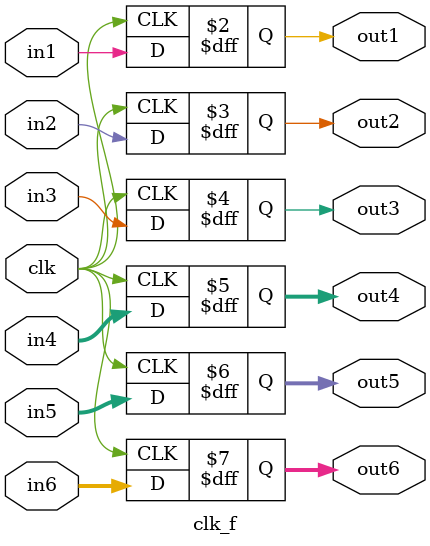
<source format=v>
/*
module to act as our clk for the execute stage

dont think we need syscall or memread inputs here, those are handled in execute
inputs:
  - clk: our clock
  - in1: reg write
  - in2: mem to reg
  - in3: memwrite
  - in4: aluout [31:0]
  - in5: writeDataE [31:0]
  - in6: writeRegE [4:0]

output:
- out1: reg write
- out2: mem to reg
- out3: memWrite
- out4: aluout [31:0]
- out5: writeDataE [31:0]
- out6: writeRegE [4:0]
*/

module clk_f(input wire clk,
  input wire in1,
  input wire in2,
  input wire in3,
  input wire [31:0] in4,
  input wire [31:0] in5,
  input wire [4:0] in6,
  output reg out1,
  output reg out2,
  output reg out3,
  output reg [31:0] out4,
  output reg [31:0] out5,
  output reg [4:0] out6);

  always @(negedge clk) begin
    out1 = in1;
    out2 = in2;
    out3 = in3;
    out4 = in4;
    out5 = in5;
    out6 = in6;
  end


endmodule

</source>
